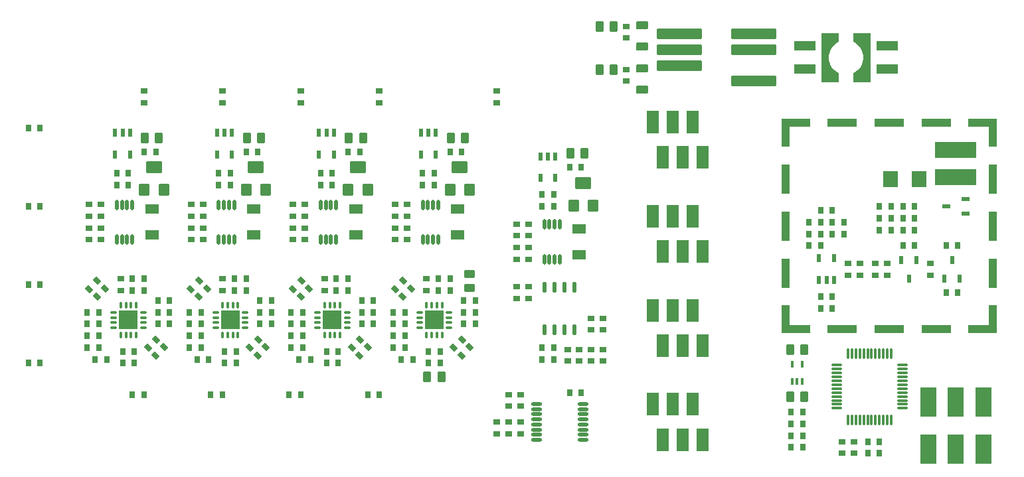
<source format=gtp>
G04*
G04 #@! TF.GenerationSoftware,Altium Limited,Altium Designer,20.1.14 (287)*
G04*
G04 Layer_Color=7318015*
%FSLAX43Y43*%
%MOMM*%
G71*
G04*
G04 #@! TF.SameCoordinates,785F46E0-C1C1-4AA7-83CD-D68E938E2BB6*
G04*
G04*
G04 #@! TF.FilePolarity,Positive*
G04*
G01*
G75*
%ADD17R,1.500X3.000*%
G04:AMPARAMS|DCode=18|XSize=0.9mm|YSize=0.7mm|CornerRadius=0.105mm|HoleSize=0mm|Usage=FLASHONLY|Rotation=90.000|XOffset=0mm|YOffset=0mm|HoleType=Round|Shape=RoundedRectangle|*
%AMROUNDEDRECTD18*
21,1,0.900,0.490,0,0,90.0*
21,1,0.690,0.700,0,0,90.0*
1,1,0.210,0.245,0.345*
1,1,0.210,0.245,-0.345*
1,1,0.210,-0.245,-0.345*
1,1,0.210,-0.245,0.345*
%
%ADD18ROUNDEDRECTD18*%
G04:AMPARAMS|DCode=19|XSize=0.9mm|YSize=0.7mm|CornerRadius=0.105mm|HoleSize=0mm|Usage=FLASHONLY|Rotation=0.000|XOffset=0mm|YOffset=0mm|HoleType=Round|Shape=RoundedRectangle|*
%AMROUNDEDRECTD19*
21,1,0.900,0.490,0,0,0.0*
21,1,0.690,0.700,0,0,0.0*
1,1,0.210,0.345,-0.245*
1,1,0.210,-0.345,-0.245*
1,1,0.210,-0.345,0.245*
1,1,0.210,0.345,0.245*
%
%ADD19ROUNDEDRECTD19*%
%ADD20R,0.600X1.000*%
G04:AMPARAMS|DCode=21|XSize=3.8mm|YSize=2.1mm|CornerRadius=0.21mm|HoleSize=0mm|Usage=FLASHONLY|Rotation=270.000|XOffset=0mm|YOffset=0mm|HoleType=Round|Shape=RoundedRectangle|*
%AMROUNDEDRECTD21*
21,1,3.800,1.680,0,0,270.0*
21,1,3.380,2.100,0,0,270.0*
1,1,0.420,-0.840,-1.690*
1,1,0.420,-0.840,1.690*
1,1,0.420,0.840,1.690*
1,1,0.420,0.840,-1.690*
%
%ADD21ROUNDEDRECTD21*%
G04:AMPARAMS|DCode=22|XSize=1.4mm|YSize=1mm|CornerRadius=0.15mm|HoleSize=0mm|Usage=FLASHONLY|Rotation=270.000|XOffset=0mm|YOffset=0mm|HoleType=Round|Shape=RoundedRectangle|*
%AMROUNDEDRECTD22*
21,1,1.400,0.700,0,0,270.0*
21,1,1.100,1.000,0,0,270.0*
1,1,0.300,-0.350,-0.550*
1,1,0.300,-0.350,0.550*
1,1,0.300,0.350,0.550*
1,1,0.300,0.350,-0.550*
%
%ADD22ROUNDEDRECTD22*%
G04:AMPARAMS|DCode=23|XSize=1.6mm|YSize=1.1mm|CornerRadius=0.165mm|HoleSize=0mm|Usage=FLASHONLY|Rotation=180.000|XOffset=0mm|YOffset=0mm|HoleType=Round|Shape=RoundedRectangle|*
%AMROUNDEDRECTD23*
21,1,1.600,0.770,0,0,180.0*
21,1,1.270,1.100,0,0,180.0*
1,1,0.330,-0.635,0.385*
1,1,0.330,0.635,0.385*
1,1,0.330,0.635,-0.385*
1,1,0.330,-0.635,-0.385*
%
%ADD23ROUNDEDRECTD23*%
%ADD24R,1.000X3.800*%
%ADD25R,1.000X3.570*%
%ADD26R,3.570X1.000*%
%ADD27R,3.800X1.000*%
G04:AMPARAMS|DCode=28|XSize=1.6mm|YSize=1.3mm|CornerRadius=0.13mm|HoleSize=0mm|Usage=FLASHONLY|Rotation=270.000|XOffset=0mm|YOffset=0mm|HoleType=Round|Shape=RoundedRectangle|*
%AMROUNDEDRECTD28*
21,1,1.600,1.040,0,0,270.0*
21,1,1.340,1.300,0,0,270.0*
1,1,0.260,-0.520,-0.670*
1,1,0.260,-0.520,0.670*
1,1,0.260,0.520,0.670*
1,1,0.260,0.520,-0.670*
%
%ADD28ROUNDEDRECTD28*%
G04:AMPARAMS|DCode=29|XSize=1.6mm|YSize=2mm|CornerRadius=0.16mm|HoleSize=0mm|Usage=FLASHONLY|Rotation=270.000|XOffset=0mm|YOffset=0mm|HoleType=Round|Shape=RoundedRectangle|*
%AMROUNDEDRECTD29*
21,1,1.600,1.680,0,0,270.0*
21,1,1.280,2.000,0,0,270.0*
1,1,0.320,-0.840,-0.640*
1,1,0.320,-0.840,0.640*
1,1,0.320,0.840,0.640*
1,1,0.320,0.840,-0.640*
%
%ADD29ROUNDEDRECTD29*%
%ADD30O,1.450X0.450*%
%ADD31R,0.400X0.900*%
G04:AMPARAMS|DCode=32|XSize=1.4mm|YSize=1mm|CornerRadius=0.15mm|HoleSize=0mm|Usage=FLASHONLY|Rotation=0.000|XOffset=0mm|YOffset=0mm|HoleType=Round|Shape=RoundedRectangle|*
%AMROUNDEDRECTD32*
21,1,1.400,0.700,0,0,0.0*
21,1,1.100,1.000,0,0,0.0*
1,1,0.300,0.550,-0.350*
1,1,0.300,-0.550,-0.350*
1,1,0.300,-0.550,0.350*
1,1,0.300,0.550,0.350*
%
%ADD32ROUNDEDRECTD32*%
%ADD33O,1.450X0.300*%
%ADD34O,0.300X1.450*%
G04:AMPARAMS|DCode=35|XSize=5.7mm|YSize=1.4mm|CornerRadius=0.14mm|HoleSize=0mm|Usage=FLASHONLY|Rotation=0.000|XOffset=0mm|YOffset=0mm|HoleType=Round|Shape=RoundedRectangle|*
%AMROUNDEDRECTD35*
21,1,5.700,1.120,0,0,0.0*
21,1,5.420,1.400,0,0,0.0*
1,1,0.280,2.710,-0.560*
1,1,0.280,-2.710,-0.560*
1,1,0.280,-2.710,0.560*
1,1,0.280,2.710,0.560*
%
%ADD35ROUNDEDRECTD35*%
%ADD36O,0.450X1.350*%
%ADD37O,0.500X1.450*%
G04:AMPARAMS|DCode=38|XSize=0.3mm|YSize=0.8mm|CornerRadius=0.075mm|HoleSize=0mm|Usage=FLASHONLY|Rotation=270.000|XOffset=0mm|YOffset=0mm|HoleType=Round|Shape=RoundedRectangle|*
%AMROUNDEDRECTD38*
21,1,0.300,0.650,0,0,270.0*
21,1,0.150,0.800,0,0,270.0*
1,1,0.150,-0.325,-0.075*
1,1,0.150,-0.325,0.075*
1,1,0.150,0.325,0.075*
1,1,0.150,0.325,-0.075*
%
%ADD38ROUNDEDRECTD38*%
G04:AMPARAMS|DCode=39|XSize=0.3mm|YSize=0.8mm|CornerRadius=0.075mm|HoleSize=0mm|Usage=FLASHONLY|Rotation=180.000|XOffset=0mm|YOffset=0mm|HoleType=Round|Shape=RoundedRectangle|*
%AMROUNDEDRECTD39*
21,1,0.300,0.650,0,0,180.0*
21,1,0.150,0.800,0,0,180.0*
1,1,0.150,-0.075,0.325*
1,1,0.150,0.075,0.325*
1,1,0.150,0.075,-0.325*
1,1,0.150,-0.075,-0.325*
%
%ADD39ROUNDEDRECTD39*%
%ADD40R,2.350X2.350*%
G04:AMPARAMS|DCode=41|XSize=0.9mm|YSize=0.7mm|CornerRadius=0.105mm|HoleSize=0mm|Usage=FLASHONLY|Rotation=135.000|XOffset=0mm|YOffset=0mm|HoleType=Round|Shape=RoundedRectangle|*
%AMROUNDEDRECTD41*
21,1,0.900,0.490,0,0,135.0*
21,1,0.690,0.700,0,0,135.0*
1,1,0.210,-0.071,0.417*
1,1,0.210,0.417,-0.071*
1,1,0.210,0.071,-0.417*
1,1,0.210,-0.417,0.071*
%
%ADD41ROUNDEDRECTD41*%
%ADD42R,1.000X0.600*%
%ADD43R,1.750X1.200*%
%ADD44R,5.300X2.000*%
%ADD45R,1.950X2.150*%
G04:AMPARAMS|DCode=46|XSize=2.75mm|YSize=1.25mm|CornerRadius=0.188mm|HoleSize=0mm|Usage=FLASHONLY|Rotation=180.000|XOffset=0mm|YOffset=0mm|HoleType=Round|Shape=RoundedRectangle|*
%AMROUNDEDRECTD46*
21,1,2.750,0.875,0,0,180.0*
21,1,2.375,1.250,0,0,180.0*
1,1,0.375,-1.188,0.438*
1,1,0.375,1.188,0.438*
1,1,0.375,1.188,-0.438*
1,1,0.375,-1.188,-0.438*
%
%ADD46ROUNDEDRECTD46*%
G36*
X113550Y57150D02*
Y55984D01*
Y55984D01*
X113368Y55887D01*
X113037Y55643D01*
X112756Y55342D01*
X112537Y54993D01*
X112386Y54610D01*
X112310Y54206D01*
X112310Y53794D01*
X112386Y53390D01*
X112537Y53007D01*
X112756Y52658D01*
X113037Y52357D01*
X113369Y52113D01*
X113550Y52016D01*
X113550Y52016D01*
Y50850D01*
X111350D01*
Y57150D01*
X113550D01*
X113550Y57150D01*
D02*
G37*
G36*
X117650Y50850D02*
X115450D01*
X115450Y50850D01*
Y52016D01*
X115450D01*
X115632Y52113D01*
X115963Y52357D01*
X116244Y52658D01*
X116463Y53007D01*
X116614Y53390D01*
X116690Y53794D01*
X116690Y54206D01*
X116614Y54610D01*
X116463Y54993D01*
X116244Y55342D01*
X115963Y55643D01*
X115631Y55887D01*
X115450Y55984D01*
X115450Y55984D01*
Y57150D01*
X117650D01*
Y50850D01*
D02*
G37*
D17*
X89825Y9750D02*
D03*
X92365D02*
D03*
X91095Y5250D02*
D03*
X93635D02*
D03*
X96175D02*
D03*
X94905Y9750D02*
D03*
X89825Y21750D02*
D03*
X92365D02*
D03*
X91095Y17250D02*
D03*
X93635D02*
D03*
X96175D02*
D03*
X94905Y21750D02*
D03*
Y33750D02*
D03*
X96175Y29250D02*
D03*
X93635D02*
D03*
X91095D02*
D03*
X92365Y33750D02*
D03*
X89825D02*
D03*
X94905Y45750D02*
D03*
X96175Y41250D02*
D03*
X93635D02*
D03*
X91095D02*
D03*
X92365Y45750D02*
D03*
X89825D02*
D03*
D18*
X10250Y45000D02*
D03*
X11750D02*
D03*
X10250Y35000D02*
D03*
X11750D02*
D03*
X10250Y25000D02*
D03*
X11750D02*
D03*
X10250Y15000D02*
D03*
X11750D02*
D03*
X79250Y40000D02*
D03*
X80750D02*
D03*
X107500Y8750D02*
D03*
X109000D02*
D03*
X107500Y7250D02*
D03*
X109000D02*
D03*
X107500Y5750D02*
D03*
X109000D02*
D03*
X107500Y4250D02*
D03*
X109000D02*
D03*
X109750Y31500D02*
D03*
X111250D02*
D03*
Y34500D02*
D03*
X112750D02*
D03*
Y33000D02*
D03*
X114250D02*
D03*
X112750Y23500D02*
D03*
X111250D02*
D03*
X127250Y30000D02*
D03*
X128750D02*
D03*
X127250Y24000D02*
D03*
X128750D02*
D03*
X123250Y30000D02*
D03*
X121750D02*
D03*
X120250Y32000D02*
D03*
X118750D02*
D03*
X118750Y35000D02*
D03*
X120250D02*
D03*
X121750D02*
D03*
X123250D02*
D03*
X77250Y36500D02*
D03*
X75750D02*
D03*
X75750Y15500D02*
D03*
X77250D02*
D03*
X77250Y17000D02*
D03*
X75750D02*
D03*
X60500Y39250D02*
D03*
X62000D02*
D03*
X47500D02*
D03*
X49000D02*
D03*
X34500D02*
D03*
X36000D02*
D03*
X23000D02*
D03*
X21500D02*
D03*
X44750Y15500D02*
D03*
X46250D02*
D03*
X31750D02*
D03*
X33250D02*
D03*
X20250D02*
D03*
X18750D02*
D03*
X65750Y20000D02*
D03*
X67250D02*
D03*
X52750D02*
D03*
X54250D02*
D03*
X39750D02*
D03*
X41250D02*
D03*
X28250D02*
D03*
X26750D02*
D03*
X58250Y21500D02*
D03*
X56750D02*
D03*
X45250D02*
D03*
X43750D02*
D03*
X32250D02*
D03*
X30750D02*
D03*
X17750D02*
D03*
X19250D02*
D03*
X57750Y15500D02*
D03*
X59250D02*
D03*
X55000Y11000D02*
D03*
X53500D02*
D03*
X45000D02*
D03*
X43500D02*
D03*
X35000D02*
D03*
X33500D02*
D03*
X23500D02*
D03*
X25000D02*
D03*
X80750Y11250D02*
D03*
X79250D02*
D03*
X117250Y5000D02*
D03*
X118750D02*
D03*
X117250Y3500D02*
D03*
X118750D02*
D03*
X109750Y33000D02*
D03*
X111250D02*
D03*
X112750Y31500D02*
D03*
X114250D02*
D03*
X112750Y22000D02*
D03*
X111250D02*
D03*
X109750Y30000D02*
D03*
X111250D02*
D03*
X121750Y32000D02*
D03*
X123250D02*
D03*
X121750Y33500D02*
D03*
X123250D02*
D03*
X120250Y33500D02*
D03*
X118750D02*
D03*
X77250Y35000D02*
D03*
X75750D02*
D03*
X64000Y42000D02*
D03*
X65500D02*
D03*
X51000D02*
D03*
X52500D02*
D03*
X38000D02*
D03*
X39500D02*
D03*
X26500D02*
D03*
X25000D02*
D03*
X60500Y37750D02*
D03*
X62000D02*
D03*
X47500D02*
D03*
X49000D02*
D03*
X34500D02*
D03*
X36000D02*
D03*
X23000D02*
D03*
X21500D02*
D03*
X58250Y20000D02*
D03*
X56750D02*
D03*
X45250D02*
D03*
X43750D02*
D03*
X32250D02*
D03*
X30750D02*
D03*
X17750D02*
D03*
X19250D02*
D03*
X65750Y21500D02*
D03*
X67250D02*
D03*
X52750D02*
D03*
X54250D02*
D03*
X39750D02*
D03*
X41250D02*
D03*
X28250D02*
D03*
X26750D02*
D03*
X62500Y24250D02*
D03*
X64000D02*
D03*
X49500D02*
D03*
X51000D02*
D03*
X36500D02*
D03*
X38000D02*
D03*
X25000D02*
D03*
X23500D02*
D03*
X65750Y23000D02*
D03*
X67250D02*
D03*
X52750D02*
D03*
X54250D02*
D03*
X39750D02*
D03*
X41250D02*
D03*
X28250D02*
D03*
X26750D02*
D03*
X62500Y25750D02*
D03*
X64000D02*
D03*
X49500D02*
D03*
X51000D02*
D03*
X36500D02*
D03*
X38000D02*
D03*
X25000D02*
D03*
X23500D02*
D03*
X58250Y18500D02*
D03*
X56750D02*
D03*
X45250D02*
D03*
X43750D02*
D03*
X32250D02*
D03*
X30750D02*
D03*
X17750D02*
D03*
X19250D02*
D03*
X61250Y15000D02*
D03*
X62750D02*
D03*
X48250D02*
D03*
X49750D02*
D03*
X35250D02*
D03*
X36750D02*
D03*
X23750D02*
D03*
X22250D02*
D03*
X58250Y17000D02*
D03*
X56750D02*
D03*
X45250D02*
D03*
X43750D02*
D03*
X32250D02*
D03*
X30750D02*
D03*
X17750D02*
D03*
X19250D02*
D03*
X61250Y16500D02*
D03*
X62750D02*
D03*
X48250D02*
D03*
X49750D02*
D03*
X35250D02*
D03*
X36750D02*
D03*
X23750D02*
D03*
X22250D02*
D03*
D19*
X70000Y48250D02*
D03*
Y49750D02*
D03*
X55000D02*
D03*
Y48250D02*
D03*
X45000Y49750D02*
D03*
Y48250D02*
D03*
X35000Y49750D02*
D03*
Y48250D02*
D03*
X25000Y49750D02*
D03*
Y48250D02*
D03*
X70000Y6000D02*
D03*
Y7500D02*
D03*
X72500Y28250D02*
D03*
Y29750D02*
D03*
X74000Y28250D02*
D03*
Y29750D02*
D03*
X115500Y3500D02*
D03*
Y5000D02*
D03*
X116250Y26250D02*
D03*
Y27750D02*
D03*
X125250Y26250D02*
D03*
Y27750D02*
D03*
X74000Y31250D02*
D03*
Y32750D02*
D03*
X72500Y32750D02*
D03*
Y31250D02*
D03*
X83500Y15250D02*
D03*
Y16750D02*
D03*
X82000Y15250D02*
D03*
Y16750D02*
D03*
X80500Y15250D02*
D03*
Y16750D02*
D03*
X79000Y15250D02*
D03*
Y16750D02*
D03*
X58500Y35250D02*
D03*
Y33750D02*
D03*
X45500Y35250D02*
D03*
Y33750D02*
D03*
X32500Y35250D02*
D03*
Y33750D02*
D03*
X19500D02*
D03*
Y35250D02*
D03*
X57000Y33750D02*
D03*
Y35250D02*
D03*
X44000Y33750D02*
D03*
Y35250D02*
D03*
X31000Y33750D02*
D03*
Y35250D02*
D03*
X18000D02*
D03*
Y33750D02*
D03*
X71500Y7500D02*
D03*
Y6000D02*
D03*
X73000Y7500D02*
D03*
Y6000D02*
D03*
X71500Y9500D02*
D03*
Y11000D02*
D03*
X114000Y5000D02*
D03*
Y3500D02*
D03*
X73000Y9500D02*
D03*
Y11000D02*
D03*
X86500Y56500D02*
D03*
Y58000D02*
D03*
Y51000D02*
D03*
Y52500D02*
D03*
X114750Y26250D02*
D03*
Y27750D02*
D03*
X118250Y26250D02*
D03*
Y27750D02*
D03*
X119750Y26250D02*
D03*
Y27750D02*
D03*
X83500Y20750D02*
D03*
Y19250D02*
D03*
X82000Y20750D02*
D03*
Y19250D02*
D03*
X72500Y23250D02*
D03*
Y24750D02*
D03*
X74000Y23250D02*
D03*
Y24750D02*
D03*
X58500Y30750D02*
D03*
Y32250D02*
D03*
X45500Y30750D02*
D03*
Y32250D02*
D03*
X32500Y30750D02*
D03*
Y32250D02*
D03*
X19500D02*
D03*
Y30750D02*
D03*
X57000D02*
D03*
Y32250D02*
D03*
X44000Y30750D02*
D03*
Y32250D02*
D03*
X31000Y30750D02*
D03*
Y32250D02*
D03*
X18000D02*
D03*
Y30750D02*
D03*
X61000Y24250D02*
D03*
Y25750D02*
D03*
X48000Y24250D02*
D03*
Y25750D02*
D03*
X35000Y24250D02*
D03*
Y25750D02*
D03*
X22000D02*
D03*
Y24250D02*
D03*
D20*
X77450Y41375D02*
D03*
X76500D02*
D03*
X75550D02*
D03*
Y38625D02*
D03*
X77450D02*
D03*
X111050Y25625D02*
D03*
X112000D02*
D03*
X112950D02*
D03*
Y28375D02*
D03*
X111050D02*
D03*
X62200Y41625D02*
D03*
X60300D02*
D03*
Y44375D02*
D03*
X61250D02*
D03*
X62200D02*
D03*
X49200Y41625D02*
D03*
X47300D02*
D03*
Y44375D02*
D03*
X48250D02*
D03*
X49200D02*
D03*
X36200Y41625D02*
D03*
X34300D02*
D03*
Y44375D02*
D03*
X35250D02*
D03*
X36200D02*
D03*
X23200D02*
D03*
X22250D02*
D03*
X21300D02*
D03*
Y41625D02*
D03*
X23200D02*
D03*
X128000Y28200D02*
D03*
X128950Y25800D02*
D03*
X127050D02*
D03*
X123450Y28200D02*
D03*
X121550D02*
D03*
X122500Y25800D02*
D03*
D21*
X125000Y10000D02*
D03*
X132000D02*
D03*
Y4000D02*
D03*
X125000D02*
D03*
X128500Y10000D02*
D03*
Y4000D02*
D03*
D22*
X84900Y58000D02*
D03*
X83100D02*
D03*
X81150Y41750D02*
D03*
X79350D02*
D03*
X84900Y52500D02*
D03*
X83100D02*
D03*
X25100Y43750D02*
D03*
X26900D02*
D03*
X61100Y13250D02*
D03*
X62900D02*
D03*
X65900Y43750D02*
D03*
X64100D02*
D03*
X52900D02*
D03*
X51100D02*
D03*
X39900D02*
D03*
X38100D02*
D03*
X107350Y16750D02*
D03*
X109150D02*
D03*
X107350Y10750D02*
D03*
X109150D02*
D03*
D23*
X88500Y52600D02*
D03*
Y49900D02*
D03*
Y58100D02*
D03*
Y55400D02*
D03*
D24*
X133170Y32500D02*
D03*
Y38500D02*
D03*
Y26500D02*
D03*
X106830Y38500D02*
D03*
Y26500D02*
D03*
Y32500D02*
D03*
D25*
X133170Y44385D02*
D03*
Y20615D02*
D03*
X106830Y44385D02*
D03*
Y20615D02*
D03*
D26*
X131885Y45670D02*
D03*
X108115D02*
D03*
Y19330D02*
D03*
X131885D02*
D03*
D27*
X126000Y45670D02*
D03*
X114000D02*
D03*
X120000D02*
D03*
X114000Y19330D02*
D03*
X126000D02*
D03*
X120000D02*
D03*
D28*
X79750Y35100D02*
D03*
X82250D02*
D03*
X64000Y37100D02*
D03*
X66500D02*
D03*
X51000D02*
D03*
X53500D02*
D03*
X38000D02*
D03*
X40500D02*
D03*
X27500D02*
D03*
X25000D02*
D03*
D29*
X81000Y38000D02*
D03*
X65250Y40000D02*
D03*
X52250D02*
D03*
X39250D02*
D03*
X26250D02*
D03*
D30*
X80925Y5225D02*
D03*
Y5875D02*
D03*
Y6525D02*
D03*
Y7175D02*
D03*
Y7825D02*
D03*
Y8475D02*
D03*
Y9125D02*
D03*
Y9775D02*
D03*
X75075Y5225D02*
D03*
Y5875D02*
D03*
Y6525D02*
D03*
Y7175D02*
D03*
Y7825D02*
D03*
Y8475D02*
D03*
Y9125D02*
D03*
Y9775D02*
D03*
D31*
X107600Y12650D02*
D03*
X108250D02*
D03*
X108900D02*
D03*
Y14850D02*
D03*
X107600D02*
D03*
D32*
X66500Y24600D02*
D03*
Y26400D02*
D03*
D33*
X113275Y9250D02*
D03*
Y9750D02*
D03*
Y10250D02*
D03*
Y10750D02*
D03*
Y11250D02*
D03*
Y11750D02*
D03*
Y12250D02*
D03*
Y12750D02*
D03*
Y13250D02*
D03*
Y13750D02*
D03*
Y14250D02*
D03*
Y14750D02*
D03*
X121725D02*
D03*
Y14250D02*
D03*
Y13750D02*
D03*
Y13250D02*
D03*
Y12750D02*
D03*
Y12250D02*
D03*
Y11750D02*
D03*
Y11250D02*
D03*
Y10750D02*
D03*
Y10250D02*
D03*
Y9750D02*
D03*
Y9250D02*
D03*
D34*
X114750Y16225D02*
D03*
X115250D02*
D03*
X115750D02*
D03*
X116250D02*
D03*
X116750D02*
D03*
X117250D02*
D03*
X117750D02*
D03*
X118250D02*
D03*
X118750D02*
D03*
X119250D02*
D03*
X119750D02*
D03*
X120250D02*
D03*
Y7775D02*
D03*
X119750D02*
D03*
X119250D02*
D03*
X118750D02*
D03*
X118250D02*
D03*
X117750D02*
D03*
X117250D02*
D03*
X116750D02*
D03*
X116250D02*
D03*
X115750D02*
D03*
X115250D02*
D03*
X114750D02*
D03*
D35*
X102750Y57000D02*
D03*
Y55000D02*
D03*
Y51000D02*
D03*
X93250Y57000D02*
D03*
Y55000D02*
D03*
Y53000D02*
D03*
D36*
X76025Y28275D02*
D03*
X76675D02*
D03*
X77325D02*
D03*
X77975D02*
D03*
X76025Y32725D02*
D03*
X76675D02*
D03*
X77325D02*
D03*
X77975D02*
D03*
X62475Y35225D02*
D03*
X61825D02*
D03*
X61175D02*
D03*
X60525D02*
D03*
X62475Y30775D02*
D03*
X61825D02*
D03*
X61175D02*
D03*
X60525D02*
D03*
X49475Y35225D02*
D03*
X48825D02*
D03*
X48175D02*
D03*
X47525D02*
D03*
X49475Y30775D02*
D03*
X48825D02*
D03*
X48175D02*
D03*
X47525D02*
D03*
X36475Y35225D02*
D03*
X35825D02*
D03*
X35175D02*
D03*
X34525D02*
D03*
X36475Y30775D02*
D03*
X35825D02*
D03*
X35175D02*
D03*
X34525D02*
D03*
X21525D02*
D03*
X22175D02*
D03*
X22825D02*
D03*
X23475D02*
D03*
X21525Y35225D02*
D03*
X22175D02*
D03*
X22825D02*
D03*
X23475D02*
D03*
D37*
X79905Y24725D02*
D03*
X78635D02*
D03*
X77365D02*
D03*
X76095D02*
D03*
X79905Y19275D02*
D03*
X78635D02*
D03*
X77365D02*
D03*
X76095D02*
D03*
D38*
X60125Y21475D02*
D03*
Y20825D02*
D03*
Y20175D02*
D03*
Y19525D02*
D03*
X63875Y21475D02*
D03*
Y19525D02*
D03*
Y20175D02*
D03*
Y20825D02*
D03*
X47125Y21475D02*
D03*
Y20825D02*
D03*
Y20175D02*
D03*
Y19525D02*
D03*
X50875Y21475D02*
D03*
Y19525D02*
D03*
Y20175D02*
D03*
Y20825D02*
D03*
X34125Y21475D02*
D03*
Y20825D02*
D03*
Y20175D02*
D03*
Y19525D02*
D03*
X37875Y21475D02*
D03*
Y19525D02*
D03*
Y20175D02*
D03*
Y20825D02*
D03*
X24875D02*
D03*
Y20175D02*
D03*
Y19525D02*
D03*
Y21475D02*
D03*
X21125Y19525D02*
D03*
Y20175D02*
D03*
Y20825D02*
D03*
Y21475D02*
D03*
D39*
X62975Y22375D02*
D03*
X62325D02*
D03*
X61675D02*
D03*
X61025D02*
D03*
Y18625D02*
D03*
X61675D02*
D03*
X62325D02*
D03*
X62975D02*
D03*
X49975Y22375D02*
D03*
X49325D02*
D03*
X48675D02*
D03*
X48025D02*
D03*
Y18625D02*
D03*
X48675D02*
D03*
X49325D02*
D03*
X49975D02*
D03*
X36975Y22375D02*
D03*
X36325D02*
D03*
X35675D02*
D03*
X35025D02*
D03*
Y18625D02*
D03*
X35675D02*
D03*
X36325D02*
D03*
X36975D02*
D03*
X23975D02*
D03*
X23325D02*
D03*
X22675D02*
D03*
X22025D02*
D03*
Y22375D02*
D03*
X22675D02*
D03*
X23325D02*
D03*
X23975D02*
D03*
D40*
X62000Y20500D02*
D03*
X49000D02*
D03*
X36000D02*
D03*
X23000D02*
D03*
D41*
X56970Y24470D02*
D03*
X58030Y25530D02*
D03*
X43970Y24470D02*
D03*
X45030Y25530D02*
D03*
X30970Y24470D02*
D03*
X32030Y25530D02*
D03*
X64470Y16970D02*
D03*
X65530Y18030D02*
D03*
X51470Y16970D02*
D03*
X52530Y18030D02*
D03*
X38470Y16970D02*
D03*
X39530Y18030D02*
D03*
X26530D02*
D03*
X25470Y16970D02*
D03*
X19030Y25530D02*
D03*
X17970Y24470D02*
D03*
X59030Y24530D02*
D03*
X57970Y23470D02*
D03*
X46030Y24530D02*
D03*
X44970Y23470D02*
D03*
X33030Y24530D02*
D03*
X31970Y23470D02*
D03*
X18970D02*
D03*
X20030Y24530D02*
D03*
X66530Y17030D02*
D03*
X65470Y15970D02*
D03*
X53530Y17030D02*
D03*
X52470Y15970D02*
D03*
X40530Y17030D02*
D03*
X39470Y15970D02*
D03*
X26470D02*
D03*
X27530Y17030D02*
D03*
D42*
X129700Y34050D02*
D03*
Y35950D02*
D03*
X127300Y35000D02*
D03*
D43*
X65000Y31350D02*
D03*
Y34650D02*
D03*
X52000Y31350D02*
D03*
Y34650D02*
D03*
X39000Y31350D02*
D03*
Y34650D02*
D03*
X26000D02*
D03*
Y31350D02*
D03*
X80500Y28850D02*
D03*
Y32150D02*
D03*
D44*
X128500Y38750D02*
D03*
Y42250D02*
D03*
D45*
X123825Y38500D02*
D03*
X120175D02*
D03*
D46*
X109250Y55475D02*
D03*
Y52525D02*
D03*
X119750D02*
D03*
Y55475D02*
D03*
M02*

</source>
